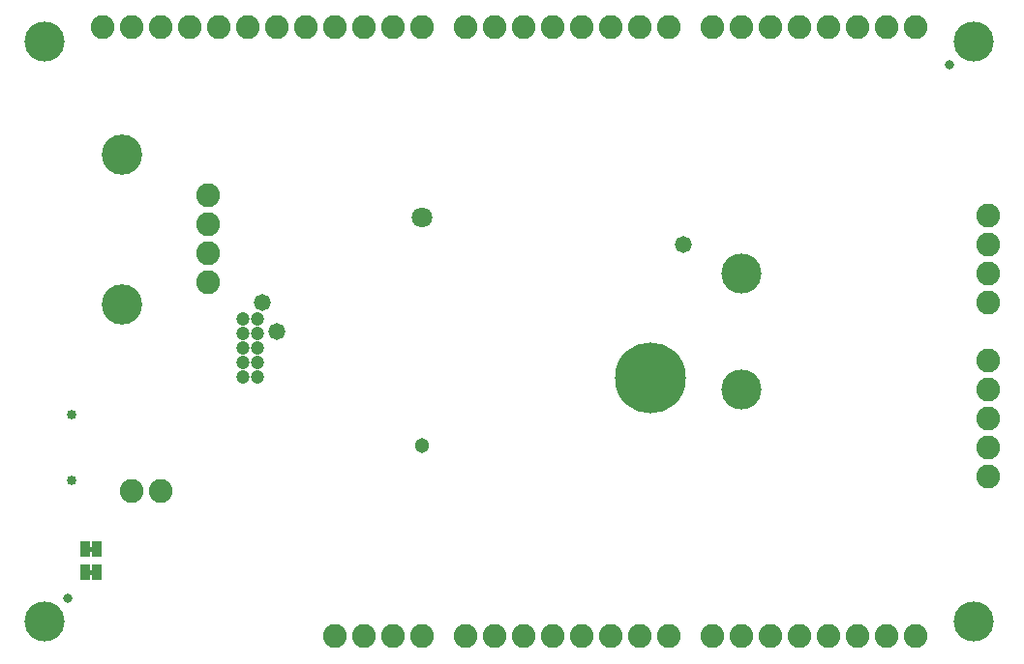
<source format=gbs>
G04 EAGLE Gerber RS-274X export*
G75*
%MOMM*%
%FSLAX34Y34*%
%LPD*%
%INSoldermask Bottom*%
%IPPOS*%
%AMOC8*
5,1,8,0,0,1.08239X$1,22.5*%
G01*
%ADD10C,0.853200*%
%ADD11C,0.838200*%
%ADD12C,3.505200*%
%ADD13C,2.082800*%
%ADD14C,1.203200*%
%ADD15C,6.203200*%
%ADD16C,1.303200*%
%ADD17C,1.803200*%
%ADD18C,3.530600*%
%ADD19R,0.863600X1.473200*%
%ADD20C,1.473200*%

G36*
X68010Y87007D02*
X68010Y87007D01*
X68076Y87009D01*
X68119Y87027D01*
X68166Y87035D01*
X68223Y87069D01*
X68283Y87094D01*
X68318Y87125D01*
X68359Y87150D01*
X68401Y87201D01*
X68449Y87245D01*
X68471Y87287D01*
X68500Y87324D01*
X68521Y87386D01*
X68552Y87445D01*
X68560Y87499D01*
X68572Y87536D01*
X68571Y87576D01*
X68579Y87630D01*
X68579Y90170D01*
X68568Y90235D01*
X68566Y90301D01*
X68548Y90344D01*
X68540Y90391D01*
X68506Y90448D01*
X68481Y90508D01*
X68450Y90543D01*
X68425Y90584D01*
X68374Y90626D01*
X68330Y90674D01*
X68288Y90696D01*
X68251Y90725D01*
X68189Y90746D01*
X68130Y90777D01*
X68076Y90785D01*
X68039Y90797D01*
X67999Y90796D01*
X67945Y90804D01*
X64135Y90804D01*
X64070Y90793D01*
X64004Y90791D01*
X63961Y90773D01*
X63914Y90765D01*
X63857Y90731D01*
X63797Y90706D01*
X63762Y90675D01*
X63721Y90650D01*
X63680Y90599D01*
X63631Y90555D01*
X63609Y90513D01*
X63580Y90476D01*
X63559Y90414D01*
X63528Y90355D01*
X63520Y90301D01*
X63508Y90264D01*
X63508Y90261D01*
X63509Y90224D01*
X63501Y90170D01*
X63501Y87630D01*
X63512Y87565D01*
X63514Y87499D01*
X63532Y87456D01*
X63540Y87409D01*
X63574Y87352D01*
X63599Y87292D01*
X63630Y87257D01*
X63655Y87216D01*
X63706Y87175D01*
X63750Y87126D01*
X63792Y87104D01*
X63829Y87075D01*
X63891Y87054D01*
X63950Y87023D01*
X64004Y87015D01*
X64041Y87003D01*
X64081Y87004D01*
X64135Y86996D01*
X67945Y86996D01*
X68010Y87007D01*
G37*
G36*
X68010Y66687D02*
X68010Y66687D01*
X68076Y66689D01*
X68119Y66707D01*
X68166Y66715D01*
X68223Y66749D01*
X68283Y66774D01*
X68318Y66805D01*
X68359Y66830D01*
X68401Y66881D01*
X68449Y66925D01*
X68471Y66967D01*
X68500Y67004D01*
X68521Y67066D01*
X68552Y67125D01*
X68560Y67179D01*
X68572Y67216D01*
X68571Y67256D01*
X68579Y67310D01*
X68579Y69850D01*
X68568Y69915D01*
X68566Y69981D01*
X68548Y70024D01*
X68540Y70071D01*
X68506Y70128D01*
X68481Y70188D01*
X68450Y70223D01*
X68425Y70264D01*
X68374Y70306D01*
X68330Y70354D01*
X68288Y70376D01*
X68251Y70405D01*
X68189Y70426D01*
X68130Y70457D01*
X68076Y70465D01*
X68039Y70477D01*
X67999Y70476D01*
X67945Y70484D01*
X64135Y70484D01*
X64070Y70473D01*
X64004Y70471D01*
X63961Y70453D01*
X63914Y70445D01*
X63857Y70411D01*
X63797Y70386D01*
X63762Y70355D01*
X63721Y70330D01*
X63680Y70279D01*
X63631Y70235D01*
X63609Y70193D01*
X63580Y70156D01*
X63559Y70094D01*
X63528Y70035D01*
X63520Y69981D01*
X63508Y69944D01*
X63508Y69941D01*
X63509Y69904D01*
X63501Y69850D01*
X63501Y67310D01*
X63512Y67245D01*
X63514Y67179D01*
X63532Y67136D01*
X63540Y67089D01*
X63574Y67032D01*
X63599Y66972D01*
X63630Y66937D01*
X63655Y66896D01*
X63706Y66855D01*
X63750Y66806D01*
X63792Y66784D01*
X63829Y66755D01*
X63891Y66734D01*
X63950Y66703D01*
X64004Y66695D01*
X64041Y66683D01*
X64081Y66684D01*
X64135Y66676D01*
X67945Y66676D01*
X68010Y66687D01*
G37*
D10*
X49050Y206700D03*
X49050Y148900D03*
D11*
X45720Y45720D03*
X816770Y513080D03*
D12*
X838200Y533400D03*
X25400Y533400D03*
X838200Y25400D03*
X25400Y25400D03*
D13*
X101600Y139700D03*
X127000Y139700D03*
D14*
X211582Y252476D03*
X211582Y265176D03*
X211582Y277876D03*
X211582Y290576D03*
X211582Y239776D03*
X198882Y252476D03*
X198882Y265176D03*
X198882Y277876D03*
X198882Y290576D03*
X198882Y239776D03*
D15*
X555498Y239268D03*
D16*
X355600Y179400D03*
D17*
X355600Y379400D03*
D18*
X93500Y303403D03*
X93500Y434721D03*
D13*
X850900Y381000D03*
X850900Y355600D03*
X850900Y330200D03*
X850900Y304800D03*
X571500Y12700D03*
X546100Y12700D03*
X520700Y12700D03*
X495300Y12700D03*
X469900Y12700D03*
X444500Y12700D03*
X419100Y12700D03*
X393700Y12700D03*
X787400Y12700D03*
X762000Y12700D03*
X736600Y12700D03*
X711200Y12700D03*
X685800Y12700D03*
X660400Y12700D03*
X635000Y12700D03*
X609600Y12700D03*
X76350Y546100D03*
X101750Y546100D03*
X127150Y546100D03*
X152550Y546100D03*
X279400Y12700D03*
X304800Y12700D03*
X330200Y12700D03*
X355600Y12700D03*
X168910Y398780D03*
X168910Y373380D03*
X168910Y347980D03*
X168910Y322580D03*
X355600Y546100D03*
X330200Y546100D03*
X304800Y546100D03*
X279400Y546100D03*
X254000Y546100D03*
X228600Y546100D03*
X203200Y546100D03*
X177800Y546100D03*
D19*
X71247Y88900D03*
X60833Y88900D03*
X71247Y68580D03*
X60833Y68580D03*
D13*
X850900Y254000D03*
X850900Y228600D03*
X850900Y203200D03*
X850900Y177800D03*
X850900Y152400D03*
D12*
X635000Y228600D03*
X635000Y330200D03*
D13*
X393700Y546100D03*
X419100Y546100D03*
X444500Y546100D03*
X469900Y546100D03*
X495300Y546100D03*
X520700Y546100D03*
X546100Y546100D03*
X571500Y546100D03*
X609600Y546100D03*
X635000Y546100D03*
X660400Y546100D03*
X685800Y546100D03*
X711200Y546100D03*
X736600Y546100D03*
X762000Y546100D03*
X787400Y546100D03*
D20*
X584200Y355600D03*
X215900Y304800D03*
X228600Y279400D03*
M02*

</source>
